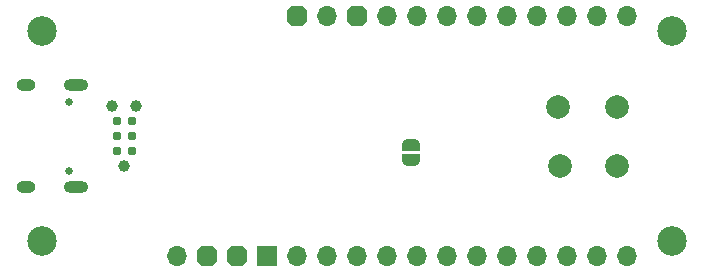
<source format=gbr>
%TF.GenerationSoftware,KiCad,Pcbnew,9.0.0-rc2-3baa6cd791~182~ubuntu24.04.1*%
%TF.CreationDate,2025-02-03T21:50:49-05:00*%
%TF.ProjectId,RoyalBlue54L-Feather,526f7961-6c42-46c7-9565-35344c2d4665,rev?*%
%TF.SameCoordinates,Original*%
%TF.FileFunction,Soldermask,Bot*%
%TF.FilePolarity,Negative*%
%FSLAX46Y46*%
G04 Gerber Fmt 4.6, Leading zero omitted, Abs format (unit mm)*
G04 Created by KiCad (PCBNEW 9.0.0-rc2-3baa6cd791~182~ubuntu24.04.1) date 2025-02-03 21:50:49*
%MOMM*%
%LPD*%
G01*
G04 APERTURE LIST*
G04 Aperture macros list*
%AMOutline5P*
0 Free polygon, 5 corners , with rotation*
0 The origin of the aperture is its center*
0 number of corners: always 5*
0 $1 to $10 corner X, Y*
0 $11 Rotation angle, in degrees counterclockwise*
0 create outline with 5 corners*
4,1,5,$1,$2,$3,$4,$5,$6,$7,$8,$9,$10,$1,$2,$11*%
%AMOutline6P*
0 Free polygon, 6 corners , with rotation*
0 The origin of the aperture is its center*
0 number of corners: always 6*
0 $1 to $12 corner X, Y*
0 $13 Rotation angle, in degrees counterclockwise*
0 create outline with 6 corners*
4,1,6,$1,$2,$3,$4,$5,$6,$7,$8,$9,$10,$11,$12,$1,$2,$13*%
%AMOutline7P*
0 Free polygon, 7 corners , with rotation*
0 The origin of the aperture is its center*
0 number of corners: always 7*
0 $1 to $14 corner X, Y*
0 $15 Rotation angle, in degrees counterclockwise*
0 create outline with 7 corners*
4,1,7,$1,$2,$3,$4,$5,$6,$7,$8,$9,$10,$11,$12,$13,$14,$1,$2,$15*%
%AMOutline8P*
0 Free polygon, 8 corners , with rotation*
0 The origin of the aperture is its center*
0 number of corners: always 8*
0 $1 to $16 corner X, Y*
0 $17 Rotation angle, in degrees counterclockwise*
0 create outline with 8 corners*
4,1,8,$1,$2,$3,$4,$5,$6,$7,$8,$9,$10,$11,$12,$13,$14,$15,$16,$1,$2,$17*%
%AMFreePoly0*
4,1,23,0.500000,-0.750000,0.000000,-0.750000,0.000000,-0.745722,-0.065263,-0.745722,-0.191342,-0.711940,-0.304381,-0.646677,-0.396677,-0.554381,-0.461940,-0.441342,-0.495722,-0.315263,-0.495722,-0.250000,-0.500000,-0.250000,-0.500000,0.250000,-0.495722,0.250000,-0.495722,0.315263,-0.461940,0.441342,-0.396677,0.554381,-0.304381,0.646677,-0.191342,0.711940,-0.065263,0.745722,0.000000,0.745722,
0.000000,0.750000,0.500000,0.750000,0.500000,-0.750000,0.500000,-0.750000,$1*%
%AMFreePoly1*
4,1,23,0.000000,0.745722,0.065263,0.745722,0.191342,0.711940,0.304381,0.646677,0.396677,0.554381,0.461940,0.441342,0.495722,0.315263,0.495722,0.250000,0.500000,0.250000,0.500000,-0.250000,0.495722,-0.250000,0.495722,-0.315263,0.461940,-0.441342,0.396677,-0.554381,0.304381,-0.646677,0.191342,-0.711940,0.065263,-0.745722,0.000000,-0.745722,0.000000,-0.750000,-0.500000,-0.750000,
-0.500000,0.750000,0.000000,0.750000,0.000000,0.745722,0.000000,0.745722,$1*%
G04 Aperture macros list end*
%ADD10C,2.500000*%
%ADD11C,0.650000*%
%ADD12O,2.100000X1.000000*%
%ADD13O,1.600000X1.000000*%
%ADD14FreePoly0,90.000000*%
%ADD15FreePoly1,90.000000*%
%ADD16O,1.700000X1.700000*%
%ADD17Outline8P,-0.850000X0.425000X-0.425000X0.850000X0.425000X0.850000X0.850000X0.425000X0.850000X-0.425000X0.425000X-0.850000X-0.425000X-0.850000X-0.850000X-0.425000X270.000000*%
%ADD18R,1.700000X1.700000*%
%ADD19C,2.000000*%
%ADD20C,0.990600*%
%ADD21C,0.787400*%
G04 APERTURE END LIST*
D10*
%TO.C,H4*%
X121920000Y-53340000D03*
%TD*%
%TO.C,H2*%
X121920000Y-35560000D03*
%TD*%
D11*
%TO.C,J3*%
X70900000Y-41560000D03*
X70900000Y-47340000D03*
D12*
X71430000Y-40130000D03*
D13*
X67250000Y-40130000D03*
D12*
X71430000Y-48770000D03*
D13*
X67250000Y-48770000D03*
%TD*%
D10*
%TO.C,H3*%
X68580000Y-53340000D03*
%TD*%
%TO.C,H1*%
X68580000Y-35560000D03*
%TD*%
D14*
%TO.C,JP1*%
X99800000Y-46450000D03*
D15*
X99800000Y-45150000D03*
%TD*%
D16*
%TO.C,J1*%
X80010000Y-54610000D03*
D17*
X82550000Y-54610000D03*
X85090000Y-54610000D03*
D18*
X87630000Y-54610000D03*
D16*
X90170000Y-54610000D03*
X92710000Y-54610000D03*
X95250000Y-54610000D03*
X97790000Y-54610000D03*
X100330000Y-54610000D03*
X102870000Y-54610000D03*
X105410000Y-54610000D03*
X107950000Y-54610000D03*
X110490000Y-54610000D03*
X113030000Y-54610000D03*
X115570000Y-54610000D03*
X118110000Y-54610000D03*
%TD*%
D19*
%TO.C,TP1*%
X117300000Y-41950000D03*
%TD*%
%TO.C,TP4*%
X112450000Y-46950000D03*
%TD*%
D17*
%TO.C,J2*%
X90170000Y-34290000D03*
D16*
X92710000Y-34290000D03*
D17*
X95250000Y-34290000D03*
D16*
X97790000Y-34290000D03*
X100330000Y-34290000D03*
X102870000Y-34290000D03*
X105410000Y-34290000D03*
X107950000Y-34290000D03*
X110490000Y-34290000D03*
X113030000Y-34290000D03*
X115570000Y-34290000D03*
X118110000Y-34290000D03*
%TD*%
D19*
%TO.C,TP3*%
X117300000Y-46950000D03*
%TD*%
D20*
%TO.C,J8*%
X75550000Y-46982500D03*
X74534000Y-41902500D03*
X76566000Y-41902500D03*
D21*
X74915000Y-45712500D03*
X76185000Y-45712500D03*
X74915000Y-44442500D03*
X76185000Y-44442500D03*
X74915000Y-43172500D03*
X76185000Y-43172500D03*
%TD*%
D19*
%TO.C,TP2*%
X112300000Y-41950000D03*
%TD*%
M02*

</source>
